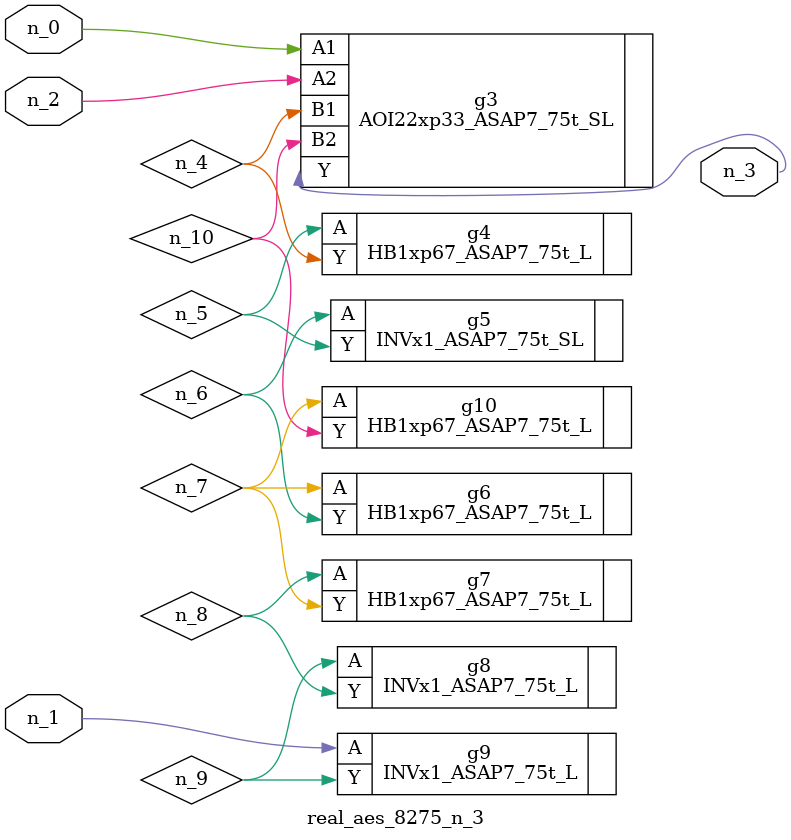
<source format=v>
module real_aes_8275_n_3 (n_0, n_2, n_1, n_3);
input n_0;
input n_2;
input n_1;
output n_3;
wire n_4;
wire n_5;
wire n_7;
wire n_8;
wire n_6;
wire n_9;
wire n_10;
AOI22xp33_ASAP7_75t_SL g3 ( .A1(n_0), .A2(n_2), .B1(n_4), .B2(n_10), .Y(n_3) );
INVx1_ASAP7_75t_L g9 ( .A(n_1), .Y(n_9) );
HB1xp67_ASAP7_75t_L g4 ( .A(n_5), .Y(n_4) );
INVx1_ASAP7_75t_SL g5 ( .A(n_6), .Y(n_5) );
HB1xp67_ASAP7_75t_L g6 ( .A(n_7), .Y(n_6) );
HB1xp67_ASAP7_75t_L g10 ( .A(n_7), .Y(n_10) );
HB1xp67_ASAP7_75t_L g7 ( .A(n_8), .Y(n_7) );
INVx1_ASAP7_75t_L g8 ( .A(n_9), .Y(n_8) );
endmodule
</source>
